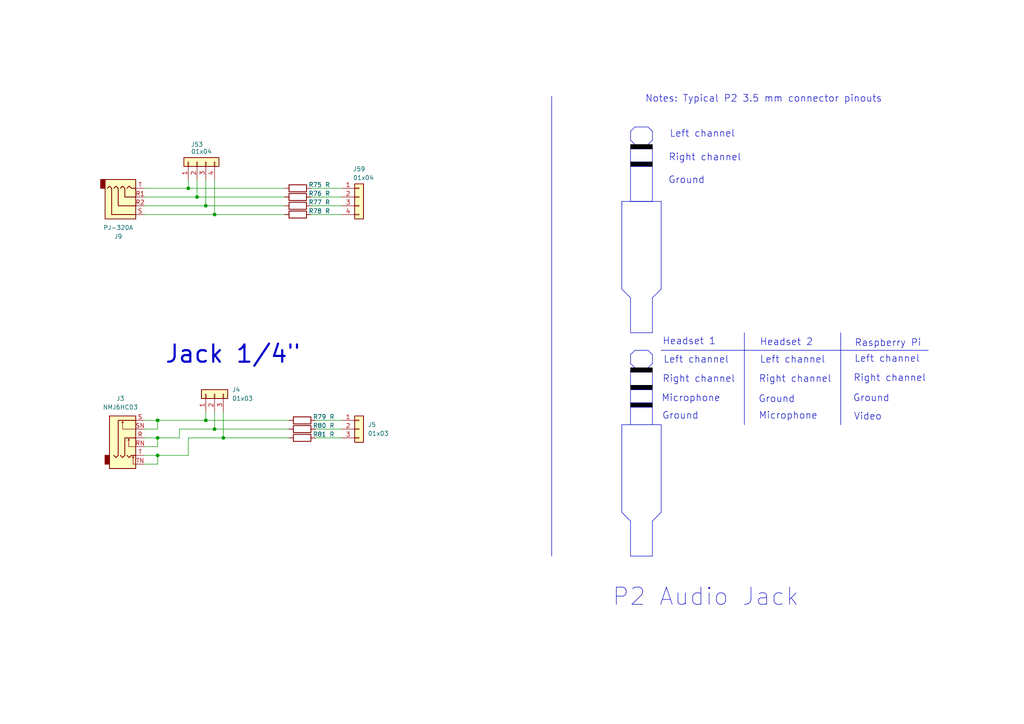
<source format=kicad_sch>
(kicad_sch (version 20231120) (generator "eeschema") (generator_version "8.0")
  (paper "A4")
  (title_block (title "ProtoConn Schematics") (date "2024-12-01") (rev "1") (company "@pakequis"))
  (lib_symbols
    (symbol "Connector_Audio:NMJ6HCD3"
      (property "Reference" "J" (at 0 11.43 0))
      (property "Value" "NMJ6HCD3" (at 0 8.89 0))
      (symbol "NMJ6HCD3_0_1"
        (rectangle (start -5.08 -5.08) (end -6.35 -7.62) (stroke (width 0.254)) (fill (type outline)))
        (polyline (pts (xy -1.27 4.826) (xy -1.016 4.318)))
        (polyline (pts (xy 0.508 -0.254) (xy 0.762 -0.762)))
        (polyline (pts (xy 1.778 -5.334) (xy 2.032 -5.842)))
        (polyline (pts (xy 0 -5.08) (xy 0.635 -5.715) (xy 1.27 -5.08) (xy 2.54 -5.08)) (stroke (width 0.254)))
        (polyline (pts (xy 2.54 -7.62) (xy 1.778 -7.62) (xy 1.778 -5.334) (xy 1.524 -5.842)))
        (polyline (pts (xy 2.54 -2.54) (xy 0.508 -2.54) (xy 0.508 -0.254) (xy 0.254 -0.762)))
        (polyline (pts (xy 2.54 2.54) (xy -1.27 2.54) (xy -1.27 4.826) (xy -1.524 4.318)))
        (polyline (pts (xy -1.905 -5.08) (xy -1.27 -5.715) (xy -0.635 -5.08) (xy -0.635 0) (xy 2.54 0)) (stroke (width 0.254)))
        (polyline (pts (xy 2.54 5.08) (xy -2.54 5.08) (xy -2.54 -5.08) (xy -3.175 -5.715) (xy -3.81 -5.08)) (stroke (width 0.254)))
        (rectangle (start 2.54 6.35) (end -5.08 -8.89) (stroke (width 0.254)) (fill (type background)))
      )
      (symbol "NMJ6HCD3_1_1"
        (pin passive line (at 5.08 0 180) (length 2.54) (name "~") (number "R"))
        (pin passive line (at 5.08 -2.54 180) (length 2.54) (name "~") (number "RN"))
        (pin passive line (at 5.08 5.08 180) (length 2.54) (name "~") (number "S"))
        (pin passive line (at 5.08 2.54 180) (length 2.54) (name "~") (number "SN"))
        (pin passive line (at 5.08 -5.08 180) (length 2.54) (name "~") (number "T"))
        (pin passive line (at 5.08 -7.62 180) (length 2.54) (name "~") (number "TN"))
      )
    )
    (symbol "Connector_Generic:Conn_01x03" (pin_names (offset 1.016) hide)
      (property "Reference" "J" (at 0 5.08 0))
      (property "Value" "Conn_01x03" (at 0 -5.08 0))
      (symbol "Conn_01x03_1_1"
        (rectangle (start -1.27 -2.413) (end 0 -2.667) (stroke (width 0.1524)))
        (rectangle (start -1.27 0.127) (end 0 -0.127) (stroke (width 0.1524)))
        (rectangle (start -1.27 2.667) (end 0 2.413) (stroke (width 0.1524)))
        (rectangle (start -1.27 3.81) (end 1.27 -3.81) (stroke (width 0.254)) (fill (type background)))
        (pin passive line (at -5.08 2.54 0) (length 3.81) (name "Pin_1") (number "1"))
        (pin passive line (at -5.08 0 0) (length 3.81) (name "Pin_2") (number "2"))
        (pin passive line (at -5.08 -2.54 0) (length 3.81) (name "Pin_3") (number "3"))
      )
    )
    (symbol "Connector_Generic:Conn_01x04" (pin_names (offset 1.016) hide)
      (property "Reference" "J" (at 0 5.08 0))
      (property "Value" "Conn_01x04" (at 0 -7.62 0))
      (symbol "Conn_01x04_1_1"
        (rectangle (start -1.27 -4.953) (end 0 -5.207) (stroke (width 0.1524)))
        (rectangle (start -1.27 -2.413) (end 0 -2.667) (stroke (width 0.1524)))
        (rectangle (start -1.27 0.127) (end 0 -0.127) (stroke (width 0.1524)))
        (rectangle (start -1.27 2.667) (end 0 2.413) (stroke (width 0.1524)))
        (rectangle (start -1.27 3.81) (end 1.27 -6.35) (stroke (width 0.254)) (fill (type background)))
        (pin passive line (at -5.08 2.54 0) (length 3.81) (name "Pin_1") (number "1"))
        (pin passive line (at -5.08 0 0) (length 3.81) (name "Pin_2") (number "2"))
        (pin passive line (at -5.08 -2.54 0) (length 3.81) (name "Pin_3") (number "3"))
        (pin passive line (at -5.08 -5.08 0) (length 3.81) (name "Pin_4") (number "4"))
      )
    )
    (symbol "Device:R" (pin_numbers hide) (pin_names (offset 0))
      (property "Reference" "R" (at 2.032 0 90))
      (property "Value" "R" (at 0 0 90))
      (symbol "R_0_1"
        (rectangle (start -1.016 -2.54) (end 1.016 2.54) (stroke (width 0.254)))
      )
      (symbol "R_1_1"
        (pin passive line (at 0 3.81 270) (length 1.27) (name "~") (number "1"))
        (pin passive line (at 0 -3.81 90) (length 1.27) (name "~") (number "2"))
      )
    )
    (symbol "Pakequis_lib:PJ-320A"
      (property "Reference" "J" (at 0 0 0))
      (property "Value" "PJ-320A" (at 0 0 0))
      (symbol "PJ-320A_0_1"
        (rectangle (start -5.08 -10.16) (end -6.35 -12.7) (stroke (width 0.254)) (fill (type outline)))
        (rectangle (start -5.08 -1.27) (end 3.81 -12.7) (stroke (width 0.254)) (fill (type background)))
        (polyline (pts (xy 1.27 -10.16) (xy 1.905 -10.795) (xy 2.54 -10.16) (xy 3.81 -10.16)) (stroke (width 0.254)))
        (polyline (pts (xy -4.445 -10.16) (xy -3.81 -10.795) (xy -3.175 -10.16) (xy -3.175 -2.54) (xy 3.81 -2.54)) (stroke (width 0.254)))
        (polyline (pts (xy -0.635 -10.16) (xy 0 -10.795) (xy 0.635 -10.16) (xy 0.635 -7.62) (xy 3.81 -7.62)) (stroke (width 0.254)))
        (polyline (pts (xy 3.81 -5.08) (xy -1.27 -5.08) (xy -1.27 -10.16) (xy -1.905 -10.795) (xy -2.54 -10.16)) (stroke (width 0.254)))
      )
      (symbol "PJ-320A_1_1"
        (pin passive line (at 6.35 -7.62 180) (length 2.54) (name "~") (number "R1"))
        (pin passive line (at 6.35 -5.08 180) (length 2.54) (name "~") (number "R2"))
        (pin passive line (at 6.35 -2.54 180) (length 2.54) (name "~") (number "S"))
        (pin passive line (at 6.35 -10.16 180) (length 2.54) (name "~") (number "T"))
      )
    )
  )
  (junction (at 54.61 54.61))
  (junction (at 64.77 127))
  (junction (at 57.15 57.15))
  (junction (at 59.69 121.92))
  (junction (at 62.23 62.23))
  (junction (at 45.72 132.08))
  (junction (at 45.72 127))
  (junction (at 45.72 121.92))
  (junction (at 62.23 124.46))
  (junction (at 59.69 59.69))
  (polyline (pts (xy 184.15 101.6) (xy 187.96 101.6)))
  (polyline (pts (xy 191.77 123.19) (xy 191.77 148.59)))
  (wire (pts (xy 54.61 52.07) (xy 54.61 54.61)))
  (polyline (pts (xy 189.23 38.1) (xy 189.23 40.64)))
  (wire (pts (xy 90.17 62.23) (xy 99.06 62.23)))
  (polyline (pts (xy 184.15 106.68) (xy 182.88 105.41)))
  (polyline (pts (xy 180.34 148.59) (xy 182.88 151.13)))
  (wire (pts (xy 62.23 119.38) (xy 62.23 124.46)))
  (wire (pts (xy 64.77 119.38) (xy 64.77 127)))
  (wire (pts (xy 91.44 124.46) (xy 99.06 124.46)))
  (polyline (pts (xy 187.96 41.91) (xy 189.23 40.64)))
  (wire (pts (xy 59.69 52.07) (xy 59.69 59.69)))
  (polyline (pts (xy 215.9 96.52) (xy 215.9 123.19)))
  (polyline (pts (xy 189.23 151.13) (xy 189.23 161.29)))
  (wire (pts (xy 41.91 54.61) (xy 54.61 54.61)))
  (polyline (pts (xy 182.88 96.52) (xy 189.23 96.52)))
  (polyline (pts (xy 182.88 38.1) (xy 184.15 36.83)))
  (wire (pts (xy 41.91 121.92) (xy 45.72 121.92)))
  (polyline (pts (xy 180.34 58.42) (xy 180.34 83.82)))
  (wire (pts (xy 54.61 132.08) (xy 54.61 127)))
  (polyline (pts (xy 189.23 86.36) (xy 189.23 96.52)))
  (wire (pts (xy 45.72 124.46) (xy 45.72 121.92)))
  (wire (pts (xy 91.44 121.92) (xy 99.06 121.92)))
  (wire (pts (xy 45.72 121.92) (xy 59.69 121.92)))
  (wire (pts (xy 62.23 52.07) (xy 62.23 62.23)))
  (wire (pts (xy 62.23 124.46) (xy 83.82 124.46)))
  (polyline (pts (xy 189.23 151.13) (xy 191.77 148.59)))
  (polyline (pts (xy 182.88 40.64) (xy 182.88 38.1)))
  (polyline (pts (xy 182.88 96.52) (xy 182.88 86.36)))
  (polyline (pts (xy 180.34 123.19) (xy 191.77 123.19)))
  (polyline (pts (xy 243.84 96.52) (xy 243.84 123.19)))
  (wire (pts (xy 45.72 134.62) (xy 45.72 132.08)))
  (polyline (pts (xy 160.02 27.94) (xy 160.02 161.29)))
  (wire (pts (xy 52.07 127) (xy 52.07 124.46)))
  (wire (pts (xy 45.72 127) (xy 52.07 127)))
  (wire (pts (xy 41.91 129.54) (xy 45.72 129.54)))
  (wire (pts (xy 45.72 129.54) (xy 45.72 127)))
  (wire (pts (xy 41.91 134.62) (xy 45.72 134.62)))
  (wire (pts (xy 64.77 127) (xy 83.82 127)))
  (polyline (pts (xy 180.34 83.82) (xy 182.88 86.36)))
  (polyline (pts (xy 189.23 102.87) (xy 189.23 105.41)))
  (wire (pts (xy 57.15 52.07) (xy 57.15 57.15)))
  (polyline (pts (xy 182.88 105.41) (xy 182.88 102.87)))
  (polyline (pts (xy 182.88 161.29) (xy 189.23 161.29)))
  (wire (pts (xy 41.91 62.23) (xy 62.23 62.23)))
  (wire (pts (xy 59.69 121.92) (xy 83.82 121.92)))
  (polyline (pts (xy 191.77 101.6) (xy 269.24 101.6)))
  (wire (pts (xy 62.23 124.46) (xy 52.07 124.46)))
  (wire (pts (xy 59.69 119.38) (xy 59.69 121.92)))
  (polyline (pts (xy 189.23 86.36) (xy 191.77 83.82)))
  (polyline (pts (xy 187.96 101.6) (xy 189.23 102.87)))
  (polyline (pts (xy 184.15 41.91) (xy 182.88 40.64)))
  (polyline (pts (xy 191.77 58.42) (xy 191.77 83.82)))
  (polyline (pts (xy 180.34 123.19) (xy 180.34 125.73)))
  (wire (pts (xy 41.91 124.46) (xy 45.72 124.46)))
  (wire (pts (xy 41.91 132.08) (xy 45.72 132.08)))
  (wire (pts (xy 41.91 127) (xy 45.72 127)))
  (wire (pts (xy 62.23 62.23) (xy 82.55 62.23)))
  (wire (pts (xy 90.17 57.15) (xy 99.06 57.15)))
  (polyline (pts (xy 182.88 102.87) (xy 184.15 101.6)))
  (wire (pts (xy 54.61 54.61) (xy 82.55 54.61)))
  (wire (pts (xy 59.69 59.69) (xy 82.55 59.69)))
  (polyline (pts (xy 184.15 36.83) (xy 187.96 36.83)))
  (polyline (pts (xy 187.96 106.68) (xy 189.23 105.41)))
  (polyline (pts (xy 182.88 161.29) (xy 182.88 151.13)))
  (polyline (pts (xy 180.34 58.42) (xy 191.77 58.42)))
  (wire (pts (xy 54.61 127) (xy 64.77 127)))
  (wire (pts (xy 91.44 127) (xy 99.06 127)))
  (wire (pts (xy 41.91 57.15) (xy 57.15 57.15)))
  (wire (pts (xy 90.17 54.61) (xy 99.06 54.61)))
  (wire (pts (xy 57.15 57.15) (xy 82.55 57.15)))
  (wire (pts (xy 41.91 59.69) (xy 59.69 59.69)))
  (polyline (pts (xy 180.34 123.19) (xy 180.34 148.59)))
  (wire (pts (xy 45.72 132.08) (xy 54.61 132.08)))
  (wire (pts (xy 90.17 59.69) (xy 99.06 59.69)))
  (polyline (pts (xy 180.34 58.42) (xy 180.34 60.96)))
  (polyline (pts (xy 187.96 36.83) (xy 189.23 38.1)))
  (rectangle (start 182.88 43.18) (end 189.23 46.99))
  (rectangle (start 182.88 106.68) (end 189.23 107.95) (stroke (width 0) (color 0 0 0 1)) (fill (type color) (color 0 0 0 1)))
  (rectangle (start 182.88 46.99) (end 189.23 48.26) (stroke (width 0) (color 0 0 0 1)) (fill (type color) (color 0 0 0 1)))
  (rectangle (start 182.88 113.03) (end 189.23 116.84))
  (rectangle (start 182.88 48.26) (end 189.23 58.42))
  (rectangle (start 182.88 118.11) (end 189.23 123.19))
  (rectangle (start 182.88 111.76) (end 189.23 113.03) (stroke (width 0) (color 0 0 0 1)) (fill (type color) (color 0 0 0 1)))
  (rectangle (start 182.88 107.95) (end 189.23 111.76))
  (rectangle (start 182.88 116.84) (end 189.23 118.11) (stroke (width 0) (color 0 0 0 1)) (fill (type color) (color 0 0 0 1)))
  (rectangle (start 182.88 41.91) (end 189.23 43.18) (stroke (width 0) (color 0 0 0 1)) (fill (type color) (color 0 0 0 1)))
  (text "Ground" (at 225.298 115.824 0) (effects (font (size 2 2))))
  (text "Notes: Typical P2 3.5 mm connector pinouts" (at 221.488 28.702 0) (effects (font (size 2 2))))
  (text "Left channel" (at 229.87 104.394 0) (effects (font (size 2 2))))
  (text "Microphone" (at 200.406 115.57 0) (effects (font (size 2 2))))
  (text "Left channel" (at 257.302 104.14 0) (effects (font (size 2 2))))
  (text "Right channel" (at 204.47 45.72 0) (effects (font (size 2 2))))
  (text "Jack 1/4\"" (at 67.564 102.87 0) (effects (font (size 5 5) (thickness 0.625))))
  (text "P2 Audio Jack" (at 204.724 173.228 0) (effects (font (size 5 5))))
  (text "Raspberry Pi" (at 257.556 99.568 0) (effects (font (size 2 2))))
  (text "Video" (at 251.714 120.904 0) (effects (font (size 2 2))))
  (text "Right channel" (at 230.632 109.982 0) (effects (font (size 2 2))))
  (text "Ground" (at 197.358 120.65 0) (effects (font (size 2 2))))
  (text "Microphone" (at 228.6 120.65 0) (effects (font (size 2 2))))
  (text "Right channel" (at 202.692 109.982 0) (effects (font (size 2 2))))
  (text "Ground" (at 199.136 52.324 0) (effects (font (size 2 2))))
  (text "Ground" (at 252.73 115.57 0) (effects (font (size 2 2))))
  (text "Headset 1" (at 199.898 99.06 0) (effects (font (size 2 2))))
  (text "Right channel" (at 258.064 109.728 0) (effects (font (size 2 2))))
  (text "Headset 2" (at 228.092 99.314 0) (effects (font (size 2 2))))
  (text "Left channel" (at 201.93 104.394 0) (effects (font (size 2 2))))
  (text "Left channel" (at 203.708 38.862 0) (effects (font (size 2 2))))
  (symbol (lib_id "Connector_Generic:Conn_01x04") (at 57.15 46.99 90) (unit 1)
    (property "Reference" "J53" (at 58.928 41.91 90) (effects (justify left)))
    (property "Value" "01x04" (at 61.468 43.942 90) (effects (justify left)))
    (property "Footprint" "Connector_PinHeader_2.54mm:PinHeader_1x04_P2.54mm_Vertical" (effects (hide yes)))
    (property "Description" "Generic connector, single row, 01x04, script generated (kicad-library-utils/schlib/autogen/connector/)" (effects (hide yes)))
  )
  (symbol (lib_id "Device:R") (at 87.63 127 90) (unit 1)
    (property "Reference" "R81" (at 92.71 125.984 90))
    (property "Value" "R" (at 96.266 125.984 90))
    (property "Footprint" "Resistor_SMD:R_0603_1608Metric_Pad0.98x0.95mm_HandSolder" (effects (hide yes)))
    (property "Description" "Resistor" (effects (hide yes)))
  )
  (symbol (lib_id "Device:R") (at 86.36 54.61 90) (unit 1)
    (property "Reference" "R75" (at 91.44 53.594 90))
    (property "Value" "R" (at 94.996 53.594 90))
    (property "Footprint" "Resistor_SMD:R_0603_1608Metric_Pad0.98x0.95mm_HandSolder" (effects (hide yes)))
    (property "Description" "Resistor" (effects (hide yes)))
  )
  (symbol (lib_id "Device:R") (at 87.63 124.46 90) (unit 1)
    (property "Reference" "R80" (at 92.71 123.444 90))
    (property "Value" "R" (at 96.266 123.444 90))
    (property "Footprint" "Resistor_SMD:R_0603_1608Metric_Pad0.98x0.95mm_HandSolder" (effects (hide yes)))
    (property "Description" "Resistor" (effects (hide yes)))
  )
  (symbol (lib_id "Device:R") (at 86.36 59.69 90) (unit 1)
    (property "Reference" "R77" (at 91.44 58.674 90))
    (property "Value" "R" (at 94.996 58.674 90))
    (property "Footprint" "Resistor_SMD:R_0603_1608Metric_Pad0.98x0.95mm_HandSolder" (effects (hide yes)))
    (property "Description" "Resistor" (effects (hide yes)))
  )
  (symbol (lib_id "Connector_Generic:Conn_01x04") (at 104.14 57.15 0) (unit 1)
    (property "Reference" "J59" (at 102.362 49.022 0) (effects (justify left)))
    (property "Value" "01x04" (at 102.362 51.562 0) (effects (justify left)))
    (property "Footprint" "Connector_PinHeader_2.54mm:PinHeader_1x04_P2.54mm_Vertical" (effects (hide yes)))
    (property "Description" "Generic connector, single row, 01x04, script generated (kicad-library-utils/schlib/autogen/connector/)" (effects (hide yes)))
  )
  (symbol (lib_id "Connector_Generic:Conn_01x03") (at 104.14 124.46 0) (unit 1)
    (property "Reference" "J5" (at 106.68 123.1899 0) (effects (justify left)))
    (property "Value" "01x03" (at 106.68 125.7299 0) (effects (justify left)))
    (property "Footprint" "Connector_PinSocket_2.54mm:PinSocket_1x03_P2.54mm_Vertical" (effects (hide yes)))
    (property "Description" "Generic connector, single row, 01x03, script generated (kicad-library-utils/schlib/autogen/connector/)" (effects (hide yes)))
  )
  (symbol (lib_id "Device:R") (at 86.36 62.23 90) (unit 1)
    (property "Reference" "R78" (at 91.44 61.214 90))
    (property "Value" "R" (at 94.996 61.214 90))
    (property "Footprint" "Resistor_SMD:R_0603_1608Metric_Pad0.98x0.95mm_HandSolder" (effects (hide yes)))
    (property "Description" "Resistor" (effects (hide yes)))
  )
  (symbol (lib_id "Connector_Audio:NMJ6HCD3") (at 36.83 127 0) (unit 1)
    (property "Reference" "J3" (at 34.925 115.57 0))
    (property "Value" "NMJ6HCD3" (at 34.925 118.11 0))
    (property "Footprint" "Connector_Audio:Jack_6.35mm_Neutrik_NMJ6HCD3_Horizontal" (effects (hide yes)))
    (property "Datasheet" "https://www.neutrik.com/en/product/nmj6hcd3" (effects (hide yes)))
    (property "Description" "M Series, 6.35mm (1/4in) stereo jack, switched, with chrome ferrule and offset PCB pins" (effects (hide yes)))
  )
  (symbol (lib_id "Connector_Generic:Conn_01x03") (at 62.23 114.3 90) (unit 1)
    (property "Reference" "J4" (at 67.31 113.0299 90) (effects (justify right)))
    (property "Value" "01x03" (at 67.31 115.5699 90) (effects (justify right)))
    (property "Footprint" "Connector_PinSocket_2.54mm:PinSocket_1x03_P2.54mm_Vertical" (effects (hide yes)))
    (property "Description" "Generic connector, single row, 01x03, script generated (kicad-library-utils/schlib/autogen/connector/)" (effects (hide yes)))
  )
  (symbol (lib_id "Pakequis_lib:PJ-320A") (at 35.56 64.77 0) (mirror x) (unit 1)
    (property "Reference" "J9" (at 34.29 68.58 0))
    (property "Value" "PJ-320A" (at 34.29 66.04 0))
    (property "Footprint" "Pakequis_Footprints:PJ-320A" (effects (hide yes)))
  )
  (symbol (lib_id "Device:R") (at 87.63 121.92 90) (unit 1)
    (property "Reference" "R79" (at 92.71 120.904 90))
    (property "Value" "R" (at 96.266 120.904 90))
    (property "Footprint" "Resistor_SMD:R_0603_1608Metric_Pad0.98x0.95mm_HandSolder" (effects (hide yes)))
    (property "Description" "Resistor" (effects (hide yes)))
  )
  (symbol (lib_id "Device:R") (at 86.36 57.15 90) (unit 1)
    (property "Reference" "R76" (at 91.44 56.134 90))
    (property "Value" "R" (at 94.996 56.134 90))
    (property "Footprint" "Resistor_SMD:R_0603_1608Metric_Pad0.98x0.95mm_HandSolder" (effects (hide yes)))
    (property "Description" "Resistor" (effects (hide yes)))
  )
)
</source>
